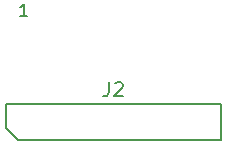
<source format=gbr>
%TF.GenerationSoftware,KiCad,Pcbnew,(5.1.9)-1*%
%TF.CreationDate,2021-07-21T16:10:05-06:00*%
%TF.ProjectId,SingleFeedThru,53696e67-6c65-4466-9565-64546872752e,rev?*%
%TF.SameCoordinates,Original*%
%TF.FileFunction,Legend,Top*%
%TF.FilePolarity,Positive*%
%FSLAX46Y46*%
G04 Gerber Fmt 4.6, Leading zero omitted, Abs format (unit mm)*
G04 Created by KiCad (PCBNEW (5.1.9)-1) date 2021-07-21 16:10:05*
%MOMM*%
%LPD*%
G01*
G04 APERTURE LIST*
%ADD10C,0.150000*%
G04 APERTURE END LIST*
D10*
%TO.C,J2*%
X9080000Y-4960000D02*
X-8080000Y-4960000D01*
X9080000Y-1940000D02*
X9080000Y-4960000D01*
X-9080000Y-1940000D02*
X9080000Y-1940000D01*
X-9080000Y-3960000D02*
X-9080000Y-1940000D01*
X-8080000Y-4960000D02*
X-9080000Y-3960000D01*
%TO.C,J1*%
X-7334285Y5537619D02*
X-7905714Y5537619D01*
X-7620000Y5537619D02*
X-7620000Y6537619D01*
X-7715238Y6394761D01*
X-7810476Y6299523D01*
X-7905714Y6251904D01*
%TO.C,J2*%
X-400000Y-82857D02*
X-400000Y-940000D01*
X-457142Y-1111428D01*
X-571428Y-1225714D01*
X-742857Y-1282857D01*
X-857142Y-1282857D01*
X114285Y-197142D02*
X171428Y-140000D01*
X285714Y-82857D01*
X571428Y-82857D01*
X685714Y-140000D01*
X742857Y-197142D01*
X799999Y-311428D01*
X799999Y-425714D01*
X742857Y-597142D01*
X57142Y-1282857D01*
X799999Y-1282857D01*
%TD*%
M02*

</source>
